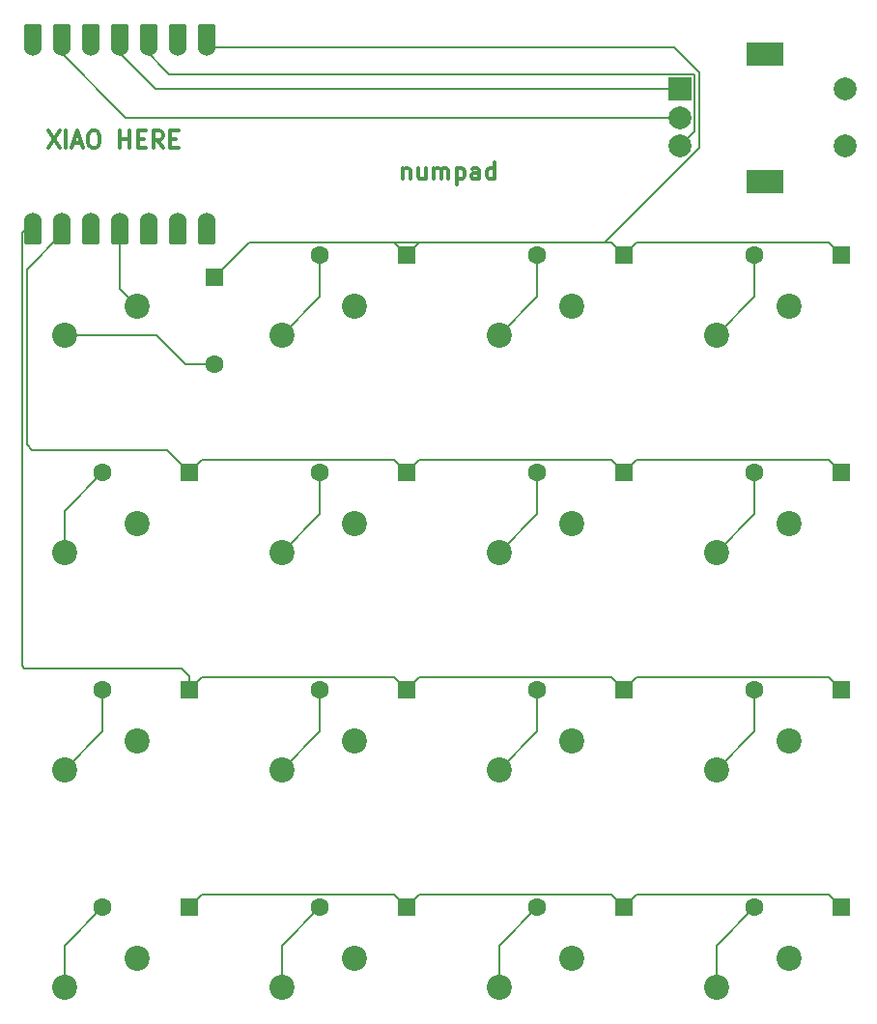
<source format=gbr>
%TF.GenerationSoftware,KiCad,Pcbnew,9.0.6*%
%TF.CreationDate,2025-12-17T16:24:02+01:00*%
%TF.ProjectId,numpad,6e756d70-6164-42e6-9b69-6361645f7063,rev?*%
%TF.SameCoordinates,Original*%
%TF.FileFunction,Copper,L1,Top*%
%TF.FilePolarity,Positive*%
%FSLAX46Y46*%
G04 Gerber Fmt 4.6, Leading zero omitted, Abs format (unit mm)*
G04 Created by KiCad (PCBNEW 9.0.6) date 2025-12-17 16:24:02*
%MOMM*%
%LPD*%
G01*
G04 APERTURE LIST*
G04 Aperture macros list*
%AMRoundRect*
0 Rectangle with rounded corners*
0 $1 Rounding radius*
0 $2 $3 $4 $5 $6 $7 $8 $9 X,Y pos of 4 corners*
0 Add a 4 corners polygon primitive as box body*
4,1,4,$2,$3,$4,$5,$6,$7,$8,$9,$2,$3,0*
0 Add four circle primitives for the rounded corners*
1,1,$1+$1,$2,$3*
1,1,$1+$1,$4,$5*
1,1,$1+$1,$6,$7*
1,1,$1+$1,$8,$9*
0 Add four rect primitives between the rounded corners*
20,1,$1+$1,$2,$3,$4,$5,0*
20,1,$1+$1,$4,$5,$6,$7,0*
20,1,$1+$1,$6,$7,$8,$9,0*
20,1,$1+$1,$8,$9,$2,$3,0*%
G04 Aperture macros list end*
%ADD10C,0.300000*%
%TA.AperFunction,NonConductor*%
%ADD11C,0.300000*%
%TD*%
%TA.AperFunction,ComponentPad*%
%ADD12RoundRect,0.250000X0.550000X0.550000X-0.550000X0.550000X-0.550000X-0.550000X0.550000X-0.550000X0*%
%TD*%
%TA.AperFunction,ComponentPad*%
%ADD13C,1.600000*%
%TD*%
%TA.AperFunction,ComponentPad*%
%ADD14C,2.200000*%
%TD*%
%TA.AperFunction,ComponentPad*%
%ADD15RoundRect,0.250000X-0.550000X0.550000X-0.550000X-0.550000X0.550000X-0.550000X0.550000X0.550000X0*%
%TD*%
%TA.AperFunction,SMDPad,CuDef*%
%ADD16RoundRect,0.152400X-0.609600X1.063600X-0.609600X-1.063600X0.609600X-1.063600X0.609600X1.063600X0*%
%TD*%
%TA.AperFunction,ComponentPad*%
%ADD17C,1.524000*%
%TD*%
%TA.AperFunction,SMDPad,CuDef*%
%ADD18RoundRect,0.152400X0.609600X-1.063600X0.609600X1.063600X-0.609600X1.063600X-0.609600X-1.063600X0*%
%TD*%
%TA.AperFunction,ComponentPad*%
%ADD19R,2.000000X2.000000*%
%TD*%
%TA.AperFunction,ComponentPad*%
%ADD20C,2.000000*%
%TD*%
%TA.AperFunction,ComponentPad*%
%ADD21R,3.200000X2.000000*%
%TD*%
%TA.AperFunction,Conductor*%
%ADD22C,0.200000*%
%TD*%
G04 APERTURE END LIST*
D10*
D11*
X75392453Y-58143228D02*
X76392453Y-59643228D01*
X76392453Y-58143228D02*
X75392453Y-59643228D01*
X76963881Y-59643228D02*
X76963881Y-58143228D01*
X77606739Y-59214657D02*
X78321025Y-59214657D01*
X77463882Y-59643228D02*
X77963882Y-58143228D01*
X77963882Y-58143228D02*
X78463882Y-59643228D01*
X79249596Y-58143228D02*
X79535310Y-58143228D01*
X79535310Y-58143228D02*
X79678167Y-58214657D01*
X79678167Y-58214657D02*
X79821024Y-58357514D01*
X79821024Y-58357514D02*
X79892453Y-58643228D01*
X79892453Y-58643228D02*
X79892453Y-59143228D01*
X79892453Y-59143228D02*
X79821024Y-59428942D01*
X79821024Y-59428942D02*
X79678167Y-59571800D01*
X79678167Y-59571800D02*
X79535310Y-59643228D01*
X79535310Y-59643228D02*
X79249596Y-59643228D01*
X79249596Y-59643228D02*
X79106739Y-59571800D01*
X79106739Y-59571800D02*
X78963881Y-59428942D01*
X78963881Y-59428942D02*
X78892453Y-59143228D01*
X78892453Y-59143228D02*
X78892453Y-58643228D01*
X78892453Y-58643228D02*
X78963881Y-58357514D01*
X78963881Y-58357514D02*
X79106739Y-58214657D01*
X79106739Y-58214657D02*
X79249596Y-58143228D01*
X81678167Y-59643228D02*
X81678167Y-58143228D01*
X81678167Y-58857514D02*
X82535310Y-58857514D01*
X82535310Y-59643228D02*
X82535310Y-58143228D01*
X83249596Y-58857514D02*
X83749596Y-58857514D01*
X83963882Y-59643228D02*
X83249596Y-59643228D01*
X83249596Y-59643228D02*
X83249596Y-58143228D01*
X83249596Y-58143228D02*
X83963882Y-58143228D01*
X85463882Y-59643228D02*
X84963882Y-58928942D01*
X84606739Y-59643228D02*
X84606739Y-58143228D01*
X84606739Y-58143228D02*
X85178168Y-58143228D01*
X85178168Y-58143228D02*
X85321025Y-58214657D01*
X85321025Y-58214657D02*
X85392454Y-58286085D01*
X85392454Y-58286085D02*
X85463882Y-58428942D01*
X85463882Y-58428942D02*
X85463882Y-58643228D01*
X85463882Y-58643228D02*
X85392454Y-58786085D01*
X85392454Y-58786085D02*
X85321025Y-58857514D01*
X85321025Y-58857514D02*
X85178168Y-58928942D01*
X85178168Y-58928942D02*
X84606739Y-58928942D01*
X86106739Y-58857514D02*
X86606739Y-58857514D01*
X86821025Y-59643228D02*
X86106739Y-59643228D01*
X86106739Y-59643228D02*
X86106739Y-58143228D01*
X86106739Y-58143228D02*
X86821025Y-58143228D01*
D10*
D11*
X106472510Y-61386428D02*
X106472510Y-62386428D01*
X106472510Y-61529285D02*
X106543939Y-61457857D01*
X106543939Y-61457857D02*
X106686796Y-61386428D01*
X106686796Y-61386428D02*
X106901082Y-61386428D01*
X106901082Y-61386428D02*
X107043939Y-61457857D01*
X107043939Y-61457857D02*
X107115368Y-61600714D01*
X107115368Y-61600714D02*
X107115368Y-62386428D01*
X108472511Y-61386428D02*
X108472511Y-62386428D01*
X107829653Y-61386428D02*
X107829653Y-62172142D01*
X107829653Y-62172142D02*
X107901082Y-62315000D01*
X107901082Y-62315000D02*
X108043939Y-62386428D01*
X108043939Y-62386428D02*
X108258225Y-62386428D01*
X108258225Y-62386428D02*
X108401082Y-62315000D01*
X108401082Y-62315000D02*
X108472511Y-62243571D01*
X109186796Y-62386428D02*
X109186796Y-61386428D01*
X109186796Y-61529285D02*
X109258225Y-61457857D01*
X109258225Y-61457857D02*
X109401082Y-61386428D01*
X109401082Y-61386428D02*
X109615368Y-61386428D01*
X109615368Y-61386428D02*
X109758225Y-61457857D01*
X109758225Y-61457857D02*
X109829654Y-61600714D01*
X109829654Y-61600714D02*
X109829654Y-62386428D01*
X109829654Y-61600714D02*
X109901082Y-61457857D01*
X109901082Y-61457857D02*
X110043939Y-61386428D01*
X110043939Y-61386428D02*
X110258225Y-61386428D01*
X110258225Y-61386428D02*
X110401082Y-61457857D01*
X110401082Y-61457857D02*
X110472511Y-61600714D01*
X110472511Y-61600714D02*
X110472511Y-62386428D01*
X111186796Y-61386428D02*
X111186796Y-62886428D01*
X111186796Y-61457857D02*
X111329654Y-61386428D01*
X111329654Y-61386428D02*
X111615368Y-61386428D01*
X111615368Y-61386428D02*
X111758225Y-61457857D01*
X111758225Y-61457857D02*
X111829654Y-61529285D01*
X111829654Y-61529285D02*
X111901082Y-61672142D01*
X111901082Y-61672142D02*
X111901082Y-62100714D01*
X111901082Y-62100714D02*
X111829654Y-62243571D01*
X111829654Y-62243571D02*
X111758225Y-62315000D01*
X111758225Y-62315000D02*
X111615368Y-62386428D01*
X111615368Y-62386428D02*
X111329654Y-62386428D01*
X111329654Y-62386428D02*
X111186796Y-62315000D01*
X113186797Y-62386428D02*
X113186797Y-61600714D01*
X113186797Y-61600714D02*
X113115368Y-61457857D01*
X113115368Y-61457857D02*
X112972511Y-61386428D01*
X112972511Y-61386428D02*
X112686797Y-61386428D01*
X112686797Y-61386428D02*
X112543939Y-61457857D01*
X113186797Y-62315000D02*
X113043939Y-62386428D01*
X113043939Y-62386428D02*
X112686797Y-62386428D01*
X112686797Y-62386428D02*
X112543939Y-62315000D01*
X112543939Y-62315000D02*
X112472511Y-62172142D01*
X112472511Y-62172142D02*
X112472511Y-62029285D01*
X112472511Y-62029285D02*
X112543939Y-61886428D01*
X112543939Y-61886428D02*
X112686797Y-61815000D01*
X112686797Y-61815000D02*
X113043939Y-61815000D01*
X113043939Y-61815000D02*
X113186797Y-61743571D01*
X114543940Y-62386428D02*
X114543940Y-60886428D01*
X114543940Y-62315000D02*
X114401082Y-62386428D01*
X114401082Y-62386428D02*
X114115368Y-62386428D01*
X114115368Y-62386428D02*
X113972511Y-62315000D01*
X113972511Y-62315000D02*
X113901082Y-62243571D01*
X113901082Y-62243571D02*
X113829654Y-62100714D01*
X113829654Y-62100714D02*
X113829654Y-61672142D01*
X113829654Y-61672142D02*
X113901082Y-61529285D01*
X113901082Y-61529285D02*
X113972511Y-61457857D01*
X113972511Y-61457857D02*
X114115368Y-61386428D01*
X114115368Y-61386428D02*
X114401082Y-61386428D01*
X114401082Y-61386428D02*
X114543940Y-61457857D01*
D12*
%TO.P,D1,1,K*%
%TO.N,Net-(D1-K)*%
X87788750Y-88106250D03*
D13*
%TO.P,D1,2,A*%
%TO.N,Net-(D1-A)*%
X80168750Y-88106250D03*
%TD*%
D12*
%TO.P,D9,1,K*%
%TO.N,Net-(D11-K)*%
X144938750Y-107156250D03*
D13*
%TO.P,D9,2,A*%
%TO.N,Net-(D9-A)*%
X137318750Y-107156250D03*
%TD*%
D14*
%TO.P,SW6,1,1*%
%TO.N,Net-(U1-GPIO0{slash}TX)*%
X121285000Y-130651250D03*
%TO.P,SW6,2,2*%
%TO.N,Net-(D7-A)*%
X114935000Y-133191250D03*
%TD*%
D12*
%TO.P,D11,1,K*%
%TO.N,Net-(D11-K)*%
X87788750Y-107156250D03*
D13*
%TO.P,D11,2,A*%
%TO.N,Net-(D11-A)*%
X80168750Y-107156250D03*
%TD*%
D12*
%TO.P,D6,1,K*%
%TO.N,Net-(D11-K)*%
X125888750Y-107156250D03*
D13*
%TO.P,D6,2,A*%
%TO.N,Net-(D6-A)*%
X118268750Y-107156250D03*
%TD*%
D12*
%TO.P,D15,1,K*%
%TO.N,Net-(D13-K)*%
X125888750Y-69056250D03*
D13*
%TO.P,D15,2,A*%
%TO.N,Net-(D15-A)*%
X118268750Y-69056250D03*
%TD*%
D12*
%TO.P,D4,1,K*%
%TO.N,Net-(D10-K)*%
X106838750Y-126206250D03*
D13*
%TO.P,D4,2,A*%
%TO.N,Net-(D4-A)*%
X99218750Y-126206250D03*
%TD*%
D14*
%TO.P,SW16,1,1*%
%TO.N,Net-(U1-GPIO6{slash}SDA)*%
X140335000Y-73501250D03*
%TO.P,SW16,2,2*%
%TO.N,Net-(D16-A)*%
X133985000Y-76041250D03*
%TD*%
D12*
%TO.P,D10,1,K*%
%TO.N,Net-(D10-K)*%
X144938750Y-126206250D03*
D13*
%TO.P,D10,2,A*%
%TO.N,Net-(D10-A)*%
X137318750Y-126206250D03*
%TD*%
D14*
%TO.P,SW4,1,1*%
%TO.N,Net-(U1-GPIO0{slash}TX)*%
X121285000Y-92551250D03*
%TO.P,SW4,2,2*%
%TO.N,Net-(D5-A)*%
X114935000Y-95091250D03*
%TD*%
%TO.P,SW1,1,1*%
%TO.N,Net-(U1-GPIO7{slash}SCL)*%
X102235000Y-92551250D03*
%TO.P,SW1,2,2*%
%TO.N,Net-(D2-A)*%
X95885000Y-95091250D03*
%TD*%
D12*
%TO.P,D16,1,K*%
%TO.N,Net-(D13-K)*%
X144938750Y-69056250D03*
D13*
%TO.P,D16,2,A*%
%TO.N,Net-(D16-A)*%
X137318750Y-69056250D03*
%TD*%
D15*
%TO.P,D13,1,K*%
%TO.N,Net-(D13-K)*%
X90000000Y-71000000D03*
D13*
%TO.P,D13,2,A*%
%TO.N,Net-(D13-A)*%
X90000000Y-78620000D03*
%TD*%
D12*
%TO.P,D12,1,K*%
%TO.N,Net-(D10-K)*%
X87788750Y-126206250D03*
D13*
%TO.P,D12,2,A*%
%TO.N,Net-(D12-A)*%
X80168750Y-126206250D03*
%TD*%
D12*
%TO.P,D5,1,K*%
%TO.N,Net-(D1-K)*%
X125888750Y-88106250D03*
D13*
%TO.P,D5,2,A*%
%TO.N,Net-(D5-A)*%
X118268750Y-88106250D03*
%TD*%
D14*
%TO.P,SW5,1,1*%
%TO.N,Net-(U1-GPIO0{slash}TX)*%
X121285000Y-111601250D03*
%TO.P,SW5,2,2*%
%TO.N,Net-(D6-A)*%
X114935000Y-114141250D03*
%TD*%
%TO.P,SW11,1,1*%
%TO.N,Net-(U1-GPIO29{slash}ADC3{slash}A3)*%
X83185000Y-111601250D03*
%TO.P,SW11,2,2*%
%TO.N,Net-(D11-A)*%
X76835000Y-114141250D03*
%TD*%
D16*
%TO.P,U1,1,GPIO26/ADC0/A0*%
%TO.N,Net-(D11-K)*%
X74066400Y-66925800D03*
D17*
X74066400Y-66090800D03*
D16*
%TO.P,U1,2,GPIO27/ADC1/A1*%
%TO.N,Net-(D1-K)*%
X76606400Y-66925800D03*
D17*
X76606400Y-66090800D03*
D16*
%TO.P,U1,3,GPIO28/ADC2/A2*%
%TO.N,Net-(D10-K)*%
X79146400Y-66925800D03*
D17*
X79146400Y-66090800D03*
D16*
%TO.P,U1,4,GPIO29/ADC3/A3*%
%TO.N,Net-(U1-GPIO29{slash}ADC3{slash}A3)*%
X81686400Y-66925800D03*
D17*
X81686400Y-66090800D03*
D16*
%TO.P,U1,5,GPIO6/SDA*%
%TO.N,Net-(U1-GPIO6{slash}SDA)*%
X84226400Y-66925800D03*
D17*
X84226400Y-66090800D03*
D16*
%TO.P,U1,6,GPIO7/SCL*%
%TO.N,Net-(U1-GPIO7{slash}SCL)*%
X86766400Y-66925800D03*
D17*
X86766400Y-66090800D03*
D16*
%TO.P,U1,7,GPIO0/TX*%
%TO.N,Net-(U1-GPIO0{slash}TX)*%
X89306400Y-66925800D03*
D17*
X89306400Y-66090800D03*
%TO.P,U1,8,GPIO1/RX*%
%TO.N,Net-(D13-K)*%
X89306400Y-50850800D03*
D18*
X89306400Y-50015800D03*
D17*
%TO.P,U1,9,GPIO2/SCK*%
%TO.N,unconnected-(U1-GPIO2{slash}SCK-Pad9)*%
X86766400Y-50850800D03*
D18*
X86766400Y-50015800D03*
D17*
%TO.P,U1,10,GPIO4/MISO*%
%TO.N,Net-(U1-GPIO4{slash}MISO)*%
X84226400Y-50850800D03*
D18*
X84226400Y-50015800D03*
D17*
%TO.P,U1,11,GPIO3/MOSI*%
%TO.N,Net-(U1-GPIO3{slash}MOSI)*%
X81686400Y-50850800D03*
D18*
X81686400Y-50015800D03*
D17*
%TO.P,U1,12,3V3*%
%TO.N,unconnected-(U1-3V3-Pad12)*%
X79146400Y-50850800D03*
D18*
X79146400Y-50015800D03*
D17*
%TO.P,U1,13,GND*%
%TO.N,Net-(U1-GND)*%
X76606400Y-50850800D03*
D18*
X76606400Y-50015800D03*
D17*
%TO.P,U1,14,VBUS*%
%TO.N,unconnected-(U1-VBUS-Pad14)*%
X74066400Y-50850800D03*
D18*
X74066400Y-50015800D03*
%TD*%
D14*
%TO.P,SW13,1,1*%
%TO.N,Net-(U1-GPIO29{slash}ADC3{slash}A3)*%
X83185000Y-73501250D03*
%TO.P,SW13,2,2*%
%TO.N,Net-(D13-A)*%
X76835000Y-76041250D03*
%TD*%
D12*
%TO.P,D8,1,K*%
%TO.N,Net-(D1-K)*%
X144938750Y-88106250D03*
D13*
%TO.P,D8,2,A*%
%TO.N,Net-(D8-A)*%
X137318750Y-88106250D03*
%TD*%
D12*
%TO.P,D7,1,K*%
%TO.N,Net-(D10-K)*%
X125888750Y-126206250D03*
D13*
%TO.P,D7,2,A*%
%TO.N,Net-(D7-A)*%
X118268750Y-126206250D03*
%TD*%
D14*
%TO.P,SW12,1,1*%
%TO.N,Net-(U1-GPIO29{slash}ADC3{slash}A3)*%
X83185000Y-130651250D03*
%TO.P,SW12,2,2*%
%TO.N,Net-(D12-A)*%
X76835000Y-133191250D03*
%TD*%
%TO.P,SW9,1,1*%
%TO.N,Net-(U1-GPIO6{slash}SDA)*%
X140335000Y-130651250D03*
%TO.P,SW9,2,2*%
%TO.N,Net-(D10-A)*%
X133985000Y-133191250D03*
%TD*%
%TO.P,SW8,1,1*%
%TO.N,Net-(U1-GPIO6{slash}SDA)*%
X140335000Y-111601250D03*
%TO.P,SW8,2,2*%
%TO.N,Net-(D9-A)*%
X133985000Y-114141250D03*
%TD*%
D12*
%TO.P,D2,1,K*%
%TO.N,Net-(D1-K)*%
X106838750Y-88106250D03*
D13*
%TO.P,D2,2,A*%
%TO.N,Net-(D2-A)*%
X99218750Y-88106250D03*
%TD*%
D14*
%TO.P,SW3,1,1*%
%TO.N,Net-(U1-GPIO7{slash}SCL)*%
X102235000Y-130651250D03*
%TO.P,SW3,2,2*%
%TO.N,Net-(D4-A)*%
X95885000Y-133191250D03*
%TD*%
%TO.P,SW7,1,1*%
%TO.N,Net-(U1-GPIO6{slash}SDA)*%
X140335000Y-92551250D03*
%TO.P,SW7,2,2*%
%TO.N,Net-(D8-A)*%
X133985000Y-95091250D03*
%TD*%
%TO.P,SW2,1,1*%
%TO.N,Net-(U1-GPIO7{slash}SCL)*%
X102235000Y-111601250D03*
%TO.P,SW2,2,2*%
%TO.N,Net-(D3-A)*%
X95885000Y-114141250D03*
%TD*%
D19*
%TO.P,SW17,A,A*%
%TO.N,Net-(U1-GPIO3{slash}MOSI)*%
X130737200Y-54500000D03*
D20*
%TO.P,SW17,B,B*%
%TO.N,Net-(U1-GPIO4{slash}MISO)*%
X130737200Y-59500000D03*
%TO.P,SW17,C,C*%
%TO.N,Net-(U1-GND)*%
X130737200Y-57000000D03*
D21*
%TO.P,SW17,MP*%
%TO.N,N/C*%
X138237200Y-51400000D03*
X138237200Y-62600000D03*
D20*
%TO.P,SW17,S1*%
X145237200Y-59500000D03*
%TO.P,SW17,S2*%
X145237200Y-54500000D03*
%TD*%
D14*
%TO.P,SW14,1,1*%
%TO.N,Net-(U1-GPIO7{slash}SCL)*%
X102235000Y-73501250D03*
%TO.P,SW14,2,2*%
%TO.N,Net-(D14-A)*%
X95885000Y-76041250D03*
%TD*%
%TO.P,SW15,1,1*%
%TO.N,Net-(U1-GPIO0{slash}TX)*%
X121285000Y-73501250D03*
%TO.P,SW15,2,2*%
%TO.N,Net-(D15-A)*%
X114935000Y-76041250D03*
%TD*%
%TO.P,SW10,1,1*%
%TO.N,Net-(U1-GPIO29{slash}ADC3{slash}A3)*%
X83185000Y-92551250D03*
%TO.P,SW10,2,2*%
%TO.N,Net-(D1-A)*%
X76835000Y-95091250D03*
%TD*%
D12*
%TO.P,D3,1,K*%
%TO.N,Net-(D11-K)*%
X106838750Y-107156250D03*
D13*
%TO.P,D3,2,A*%
%TO.N,Net-(D3-A)*%
X99218750Y-107156250D03*
%TD*%
D12*
%TO.P,D14,1,K*%
%TO.N,Net-(D13-K)*%
X106838750Y-69056250D03*
D13*
%TO.P,D14,2,A*%
%TO.N,Net-(D14-A)*%
X99218750Y-69056250D03*
%TD*%
D22*
%TO.N,Net-(D1-K)*%
X143837750Y-87005250D02*
X126989750Y-87005250D01*
X144938750Y-88106250D02*
X143837750Y-87005250D01*
X73952100Y-86106000D02*
X85788500Y-86106000D01*
X88889750Y-87005250D02*
X87788750Y-88106250D01*
X76606400Y-66090800D02*
X76606400Y-67168430D01*
X87788750Y-88106250D02*
X85788500Y-86106000D01*
X124787750Y-87005250D02*
X125888750Y-88106250D01*
X106838750Y-88106250D02*
X105737750Y-87005250D01*
X106838750Y-88106250D02*
X107939750Y-87005250D01*
X107939750Y-87005250D02*
X124787750Y-87005250D01*
X105737750Y-87005250D02*
X88889750Y-87005250D01*
X126989750Y-87005250D02*
X125888750Y-88106250D01*
X73501250Y-85655150D02*
X73952100Y-86106000D01*
X73501250Y-70273580D02*
X73501250Y-85655150D01*
X76606400Y-67168430D02*
X73501250Y-70273580D01*
%TO.N,Net-(D1-A)*%
X76835000Y-95091250D02*
X76835000Y-91440000D01*
X76835000Y-91440000D02*
X80168750Y-88106250D01*
%TO.N,Net-(D2-A)*%
X99218750Y-88106250D02*
X99218750Y-91757500D01*
X99218750Y-91757500D02*
X95885000Y-95091250D01*
%TO.N,Net-(D11-K)*%
X106838750Y-107156250D02*
X107939750Y-106055250D01*
X126989750Y-106055250D02*
X143837750Y-106055250D01*
X107939750Y-106055250D02*
X124787750Y-106055250D01*
X124787750Y-106055250D02*
X125888750Y-107156250D01*
X87788750Y-107156250D02*
X88889750Y-106055250D01*
X87788750Y-105975150D02*
X87071200Y-105257600D01*
X105737750Y-106055250D02*
X106838750Y-107156250D01*
X87071200Y-105257600D02*
X73304400Y-105257600D01*
X125888750Y-107156250D02*
X126989750Y-106055250D01*
X73100250Y-105053450D02*
X73304400Y-105257600D01*
X87788750Y-107156250D02*
X87788750Y-105975150D01*
X74066400Y-66090800D02*
X73100250Y-67056950D01*
X73100250Y-67056950D02*
X73100250Y-105053450D01*
X143837750Y-106055250D02*
X144938750Y-107156250D01*
X88889750Y-106055250D02*
X105737750Y-106055250D01*
%TO.N,Net-(D3-A)*%
X99218750Y-107156250D02*
X99218750Y-110807500D01*
X99218750Y-110807500D02*
X95885000Y-114141250D01*
%TO.N,Net-(D4-A)*%
X95885000Y-129540000D02*
X99218750Y-126206250D01*
X95885000Y-133191250D02*
X95885000Y-129540000D01*
%TO.N,Net-(D10-K)*%
X107939750Y-125105250D02*
X124787750Y-125105250D01*
X105737750Y-125105250D02*
X106838750Y-126206250D01*
X125888750Y-126206250D02*
X126989750Y-125105250D01*
X88889750Y-125105250D02*
X105737750Y-125105250D01*
X124787750Y-125105250D02*
X125888750Y-126206250D01*
X126989750Y-125105250D02*
X143837750Y-125105250D01*
X87788750Y-126206250D02*
X88889750Y-125105250D01*
X143837750Y-125105250D02*
X144938750Y-126206250D01*
X106838750Y-126206250D02*
X107939750Y-125105250D01*
%TO.N,Net-(D5-A)*%
X118268750Y-88106250D02*
X118268750Y-91757500D01*
X118268750Y-91757500D02*
X114935000Y-95091250D01*
%TO.N,Net-(D6-A)*%
X118268750Y-107156250D02*
X118268750Y-110807500D01*
X118268750Y-110807500D02*
X114935000Y-114141250D01*
%TO.N,Net-(D7-A)*%
X114935000Y-129540000D02*
X118268750Y-126206250D01*
X114935000Y-133191250D02*
X114935000Y-129540000D01*
%TO.N,Net-(D8-A)*%
X137318750Y-91757500D02*
X133985000Y-95091250D01*
X137318750Y-88106250D02*
X137318750Y-91757500D01*
%TO.N,Net-(D9-A)*%
X137318750Y-110807500D02*
X133985000Y-114141250D01*
X137318750Y-107156250D02*
X137318750Y-110807500D01*
%TO.N,Net-(D10-A)*%
X133985000Y-129540000D02*
X137318750Y-126206250D01*
X133985000Y-133191250D02*
X133985000Y-129540000D01*
%TO.N,Net-(D11-A)*%
X80168750Y-107156250D02*
X80168750Y-110807500D01*
X80168750Y-110807500D02*
X76835000Y-114141250D01*
%TO.N,Net-(D12-A)*%
X76835000Y-129540000D02*
X80168750Y-126206250D01*
X76835000Y-133191250D02*
X76835000Y-129540000D01*
%TO.N,Net-(D13-A)*%
X84883470Y-76041250D02*
X87462220Y-78620000D01*
X87462220Y-78620000D02*
X90000000Y-78620000D01*
X76835000Y-76041250D02*
X84883470Y-76041250D01*
%TO.N,Net-(D13-K)*%
X105737750Y-67955250D02*
X106838750Y-69056250D01*
X93044750Y-67955250D02*
X124134642Y-67955250D01*
X130260350Y-50841250D02*
X88741250Y-50841250D01*
X132452000Y-59637892D02*
X132452000Y-53032900D01*
X126989750Y-67955250D02*
X143837750Y-67955250D01*
X106838750Y-69056250D02*
X107939750Y-67955250D01*
X124134642Y-67955250D02*
X132452000Y-59637892D01*
X125888750Y-69056250D02*
X126989750Y-67955250D01*
X107939750Y-67955250D02*
X124787750Y-67955250D01*
X124787750Y-67955250D02*
X125888750Y-69056250D01*
X132452000Y-53032900D02*
X130260350Y-50841250D01*
X143837750Y-67955250D02*
X144938750Y-69056250D01*
X90000000Y-71000000D02*
X93044750Y-67955250D01*
X93044750Y-67955250D02*
X105737750Y-67955250D01*
%TO.N,Net-(D14-A)*%
X99218750Y-69056250D02*
X99218750Y-72707500D01*
X99218750Y-72707500D02*
X95885000Y-76041250D01*
%TO.N,Net-(D15-A)*%
X118268750Y-72707500D02*
X114935000Y-76041250D01*
X118268750Y-69056250D02*
X118268750Y-72707500D01*
%TO.N,Net-(D16-A)*%
X137318750Y-72707500D02*
X133985000Y-76041250D01*
X137318750Y-69056250D02*
X137318750Y-72707500D01*
%TO.N,Net-(U1-GPIO29{slash}ADC3{slash}A3)*%
X81686400Y-66090800D02*
X81686400Y-72002650D01*
X81686400Y-72002650D02*
X83185000Y-73501250D01*
%TO.N,Net-(U1-GND)*%
X130750000Y-57000000D02*
X82200000Y-57000000D01*
X82200000Y-57000000D02*
X76041250Y-50841250D01*
%TO.N,Net-(U1-GPIO3{slash}MOSI)*%
X130750000Y-54500000D02*
X84780000Y-54500000D01*
X84780000Y-54500000D02*
X81121250Y-50841250D01*
%TO.N,Net-(U1-GPIO4{slash}MISO)*%
X132051000Y-58199000D02*
X132051000Y-53199000D01*
X130750000Y-59500000D02*
X132051000Y-58199000D01*
X132051000Y-53199000D02*
X86019000Y-53199000D01*
X86019000Y-53199000D02*
X83661250Y-50841250D01*
%TD*%
M02*

</source>
